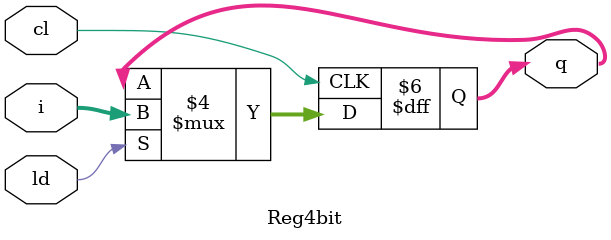
<source format=v>
`timescale 1ns / 1ps
module Reg4bit(i, cl, ld, q);
    input [3:0] i;
    input cl;
    input ld;
    output reg [3:0] q;
	always @(posedge cl)
	begin
		if (ld == 1)
			q = i;
	end

endmodule

</source>
